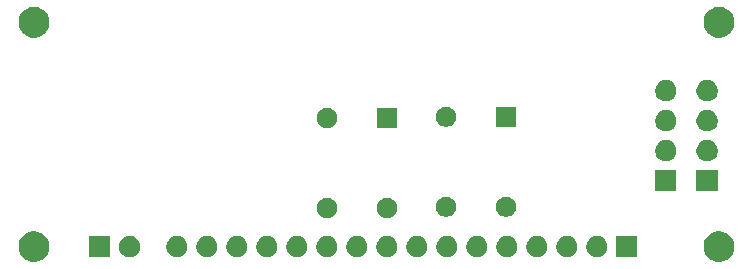
<source format=gbr>
G04 #@! TF.GenerationSoftware,KiCad,Pcbnew,5.1.5+dfsg1-2build2*
G04 #@! TF.CreationDate,2022-05-11T13:02:20+01:00*
G04 #@! TF.ProjectId,rrl-interface,72726c2d-696e-4746-9572-666163652e6b,rev?*
G04 #@! TF.SameCoordinates,Original*
G04 #@! TF.FileFunction,Soldermask,Top*
G04 #@! TF.FilePolarity,Negative*
%FSLAX46Y46*%
G04 Gerber Fmt 4.6, Leading zero omitted, Abs format (unit mm)*
G04 Created by KiCad (PCBNEW 5.1.5+dfsg1-2build2) date 2022-05-11 13:02:20*
%MOMM*%
%LPD*%
G04 APERTURE LIST*
%ADD10C,0.100000*%
G04 APERTURE END LIST*
D10*
G36*
X74879487Y-191248996D02*
G01*
X75116253Y-191347068D01*
X75116255Y-191347069D01*
X75329339Y-191489447D01*
X75510553Y-191670661D01*
X75597073Y-191800147D01*
X75652932Y-191883747D01*
X75751004Y-192120513D01*
X75801000Y-192371861D01*
X75801000Y-192628139D01*
X75751004Y-192879487D01*
X75670287Y-193074354D01*
X75652931Y-193116255D01*
X75510553Y-193329339D01*
X75329339Y-193510553D01*
X75116255Y-193652931D01*
X75116254Y-193652932D01*
X75116253Y-193652932D01*
X74879487Y-193751004D01*
X74628139Y-193801000D01*
X74371861Y-193801000D01*
X74120513Y-193751004D01*
X73883747Y-193652932D01*
X73883746Y-193652932D01*
X73883745Y-193652931D01*
X73670661Y-193510553D01*
X73489447Y-193329339D01*
X73347069Y-193116255D01*
X73329713Y-193074354D01*
X73248996Y-192879487D01*
X73199000Y-192628139D01*
X73199000Y-192371861D01*
X73248996Y-192120513D01*
X73347068Y-191883747D01*
X73402928Y-191800147D01*
X73489447Y-191670661D01*
X73670661Y-191489447D01*
X73883745Y-191347069D01*
X73883747Y-191347068D01*
X74120513Y-191248996D01*
X74371861Y-191199000D01*
X74628139Y-191199000D01*
X74879487Y-191248996D01*
G37*
G36*
X16879487Y-191248996D02*
G01*
X17116253Y-191347068D01*
X17116255Y-191347069D01*
X17329339Y-191489447D01*
X17510553Y-191670661D01*
X17597073Y-191800147D01*
X17652932Y-191883747D01*
X17751004Y-192120513D01*
X17801000Y-192371861D01*
X17801000Y-192628139D01*
X17751004Y-192879487D01*
X17670287Y-193074354D01*
X17652931Y-193116255D01*
X17510553Y-193329339D01*
X17329339Y-193510553D01*
X17116255Y-193652931D01*
X17116254Y-193652932D01*
X17116253Y-193652932D01*
X16879487Y-193751004D01*
X16628139Y-193801000D01*
X16371861Y-193801000D01*
X16120513Y-193751004D01*
X15883747Y-193652932D01*
X15883746Y-193652932D01*
X15883745Y-193652931D01*
X15670661Y-193510553D01*
X15489447Y-193329339D01*
X15347069Y-193116255D01*
X15329713Y-193074354D01*
X15248996Y-192879487D01*
X15199000Y-192628139D01*
X15199000Y-192371861D01*
X15248996Y-192120513D01*
X15347068Y-191883747D01*
X15402928Y-191800147D01*
X15489447Y-191670661D01*
X15670661Y-191489447D01*
X15883745Y-191347069D01*
X15883747Y-191347068D01*
X16120513Y-191248996D01*
X16371861Y-191199000D01*
X16628139Y-191199000D01*
X16879487Y-191248996D01*
G37*
G36*
X22961000Y-193401000D02*
G01*
X21159000Y-193401000D01*
X21159000Y-191599000D01*
X22961000Y-191599000D01*
X22961000Y-193401000D01*
G37*
G36*
X24713512Y-191603927D02*
G01*
X24862812Y-191633624D01*
X25026784Y-191701544D01*
X25174354Y-191800147D01*
X25299853Y-191925646D01*
X25398456Y-192073216D01*
X25466376Y-192237188D01*
X25501000Y-192411259D01*
X25501000Y-192588741D01*
X25466376Y-192762812D01*
X25398456Y-192926784D01*
X25299853Y-193074354D01*
X25174354Y-193199853D01*
X25026784Y-193298456D01*
X24862812Y-193366376D01*
X24713512Y-193396073D01*
X24688742Y-193401000D01*
X24511258Y-193401000D01*
X24486488Y-193396073D01*
X24337188Y-193366376D01*
X24173216Y-193298456D01*
X24025646Y-193199853D01*
X23900147Y-193074354D01*
X23801544Y-192926784D01*
X23733624Y-192762812D01*
X23699000Y-192588741D01*
X23699000Y-192411259D01*
X23733624Y-192237188D01*
X23801544Y-192073216D01*
X23900147Y-191925646D01*
X24025646Y-191800147D01*
X24173216Y-191701544D01*
X24337188Y-191633624D01*
X24486488Y-191603927D01*
X24511258Y-191599000D01*
X24688742Y-191599000D01*
X24713512Y-191603927D01*
G37*
G36*
X67601000Y-193401000D02*
G01*
X65799000Y-193401000D01*
X65799000Y-191599000D01*
X67601000Y-191599000D01*
X67601000Y-193401000D01*
G37*
G36*
X64273512Y-191603927D02*
G01*
X64422812Y-191633624D01*
X64586784Y-191701544D01*
X64734354Y-191800147D01*
X64859853Y-191925646D01*
X64958456Y-192073216D01*
X65026376Y-192237188D01*
X65061000Y-192411259D01*
X65061000Y-192588741D01*
X65026376Y-192762812D01*
X64958456Y-192926784D01*
X64859853Y-193074354D01*
X64734354Y-193199853D01*
X64586784Y-193298456D01*
X64422812Y-193366376D01*
X64273512Y-193396073D01*
X64248742Y-193401000D01*
X64071258Y-193401000D01*
X64046488Y-193396073D01*
X63897188Y-193366376D01*
X63733216Y-193298456D01*
X63585646Y-193199853D01*
X63460147Y-193074354D01*
X63361544Y-192926784D01*
X63293624Y-192762812D01*
X63259000Y-192588741D01*
X63259000Y-192411259D01*
X63293624Y-192237188D01*
X63361544Y-192073216D01*
X63460147Y-191925646D01*
X63585646Y-191800147D01*
X63733216Y-191701544D01*
X63897188Y-191633624D01*
X64046488Y-191603927D01*
X64071258Y-191599000D01*
X64248742Y-191599000D01*
X64273512Y-191603927D01*
G37*
G36*
X61733512Y-191603927D02*
G01*
X61882812Y-191633624D01*
X62046784Y-191701544D01*
X62194354Y-191800147D01*
X62319853Y-191925646D01*
X62418456Y-192073216D01*
X62486376Y-192237188D01*
X62521000Y-192411259D01*
X62521000Y-192588741D01*
X62486376Y-192762812D01*
X62418456Y-192926784D01*
X62319853Y-193074354D01*
X62194354Y-193199853D01*
X62046784Y-193298456D01*
X61882812Y-193366376D01*
X61733512Y-193396073D01*
X61708742Y-193401000D01*
X61531258Y-193401000D01*
X61506488Y-193396073D01*
X61357188Y-193366376D01*
X61193216Y-193298456D01*
X61045646Y-193199853D01*
X60920147Y-193074354D01*
X60821544Y-192926784D01*
X60753624Y-192762812D01*
X60719000Y-192588741D01*
X60719000Y-192411259D01*
X60753624Y-192237188D01*
X60821544Y-192073216D01*
X60920147Y-191925646D01*
X61045646Y-191800147D01*
X61193216Y-191701544D01*
X61357188Y-191633624D01*
X61506488Y-191603927D01*
X61531258Y-191599000D01*
X61708742Y-191599000D01*
X61733512Y-191603927D01*
G37*
G36*
X59193512Y-191603927D02*
G01*
X59342812Y-191633624D01*
X59506784Y-191701544D01*
X59654354Y-191800147D01*
X59779853Y-191925646D01*
X59878456Y-192073216D01*
X59946376Y-192237188D01*
X59981000Y-192411259D01*
X59981000Y-192588741D01*
X59946376Y-192762812D01*
X59878456Y-192926784D01*
X59779853Y-193074354D01*
X59654354Y-193199853D01*
X59506784Y-193298456D01*
X59342812Y-193366376D01*
X59193512Y-193396073D01*
X59168742Y-193401000D01*
X58991258Y-193401000D01*
X58966488Y-193396073D01*
X58817188Y-193366376D01*
X58653216Y-193298456D01*
X58505646Y-193199853D01*
X58380147Y-193074354D01*
X58281544Y-192926784D01*
X58213624Y-192762812D01*
X58179000Y-192588741D01*
X58179000Y-192411259D01*
X58213624Y-192237188D01*
X58281544Y-192073216D01*
X58380147Y-191925646D01*
X58505646Y-191800147D01*
X58653216Y-191701544D01*
X58817188Y-191633624D01*
X58966488Y-191603927D01*
X58991258Y-191599000D01*
X59168742Y-191599000D01*
X59193512Y-191603927D01*
G37*
G36*
X56653512Y-191603927D02*
G01*
X56802812Y-191633624D01*
X56966784Y-191701544D01*
X57114354Y-191800147D01*
X57239853Y-191925646D01*
X57338456Y-192073216D01*
X57406376Y-192237188D01*
X57441000Y-192411259D01*
X57441000Y-192588741D01*
X57406376Y-192762812D01*
X57338456Y-192926784D01*
X57239853Y-193074354D01*
X57114354Y-193199853D01*
X56966784Y-193298456D01*
X56802812Y-193366376D01*
X56653512Y-193396073D01*
X56628742Y-193401000D01*
X56451258Y-193401000D01*
X56426488Y-193396073D01*
X56277188Y-193366376D01*
X56113216Y-193298456D01*
X55965646Y-193199853D01*
X55840147Y-193074354D01*
X55741544Y-192926784D01*
X55673624Y-192762812D01*
X55639000Y-192588741D01*
X55639000Y-192411259D01*
X55673624Y-192237188D01*
X55741544Y-192073216D01*
X55840147Y-191925646D01*
X55965646Y-191800147D01*
X56113216Y-191701544D01*
X56277188Y-191633624D01*
X56426488Y-191603927D01*
X56451258Y-191599000D01*
X56628742Y-191599000D01*
X56653512Y-191603927D01*
G37*
G36*
X54113512Y-191603927D02*
G01*
X54262812Y-191633624D01*
X54426784Y-191701544D01*
X54574354Y-191800147D01*
X54699853Y-191925646D01*
X54798456Y-192073216D01*
X54866376Y-192237188D01*
X54901000Y-192411259D01*
X54901000Y-192588741D01*
X54866376Y-192762812D01*
X54798456Y-192926784D01*
X54699853Y-193074354D01*
X54574354Y-193199853D01*
X54426784Y-193298456D01*
X54262812Y-193366376D01*
X54113512Y-193396073D01*
X54088742Y-193401000D01*
X53911258Y-193401000D01*
X53886488Y-193396073D01*
X53737188Y-193366376D01*
X53573216Y-193298456D01*
X53425646Y-193199853D01*
X53300147Y-193074354D01*
X53201544Y-192926784D01*
X53133624Y-192762812D01*
X53099000Y-192588741D01*
X53099000Y-192411259D01*
X53133624Y-192237188D01*
X53201544Y-192073216D01*
X53300147Y-191925646D01*
X53425646Y-191800147D01*
X53573216Y-191701544D01*
X53737188Y-191633624D01*
X53886488Y-191603927D01*
X53911258Y-191599000D01*
X54088742Y-191599000D01*
X54113512Y-191603927D01*
G37*
G36*
X51573512Y-191603927D02*
G01*
X51722812Y-191633624D01*
X51886784Y-191701544D01*
X52034354Y-191800147D01*
X52159853Y-191925646D01*
X52258456Y-192073216D01*
X52326376Y-192237188D01*
X52361000Y-192411259D01*
X52361000Y-192588741D01*
X52326376Y-192762812D01*
X52258456Y-192926784D01*
X52159853Y-193074354D01*
X52034354Y-193199853D01*
X51886784Y-193298456D01*
X51722812Y-193366376D01*
X51573512Y-193396073D01*
X51548742Y-193401000D01*
X51371258Y-193401000D01*
X51346488Y-193396073D01*
X51197188Y-193366376D01*
X51033216Y-193298456D01*
X50885646Y-193199853D01*
X50760147Y-193074354D01*
X50661544Y-192926784D01*
X50593624Y-192762812D01*
X50559000Y-192588741D01*
X50559000Y-192411259D01*
X50593624Y-192237188D01*
X50661544Y-192073216D01*
X50760147Y-191925646D01*
X50885646Y-191800147D01*
X51033216Y-191701544D01*
X51197188Y-191633624D01*
X51346488Y-191603927D01*
X51371258Y-191599000D01*
X51548742Y-191599000D01*
X51573512Y-191603927D01*
G37*
G36*
X46493512Y-191603927D02*
G01*
X46642812Y-191633624D01*
X46806784Y-191701544D01*
X46954354Y-191800147D01*
X47079853Y-191925646D01*
X47178456Y-192073216D01*
X47246376Y-192237188D01*
X47281000Y-192411259D01*
X47281000Y-192588741D01*
X47246376Y-192762812D01*
X47178456Y-192926784D01*
X47079853Y-193074354D01*
X46954354Y-193199853D01*
X46806784Y-193298456D01*
X46642812Y-193366376D01*
X46493512Y-193396073D01*
X46468742Y-193401000D01*
X46291258Y-193401000D01*
X46266488Y-193396073D01*
X46117188Y-193366376D01*
X45953216Y-193298456D01*
X45805646Y-193199853D01*
X45680147Y-193074354D01*
X45581544Y-192926784D01*
X45513624Y-192762812D01*
X45479000Y-192588741D01*
X45479000Y-192411259D01*
X45513624Y-192237188D01*
X45581544Y-192073216D01*
X45680147Y-191925646D01*
X45805646Y-191800147D01*
X45953216Y-191701544D01*
X46117188Y-191633624D01*
X46266488Y-191603927D01*
X46291258Y-191599000D01*
X46468742Y-191599000D01*
X46493512Y-191603927D01*
G37*
G36*
X43953512Y-191603927D02*
G01*
X44102812Y-191633624D01*
X44266784Y-191701544D01*
X44414354Y-191800147D01*
X44539853Y-191925646D01*
X44638456Y-192073216D01*
X44706376Y-192237188D01*
X44741000Y-192411259D01*
X44741000Y-192588741D01*
X44706376Y-192762812D01*
X44638456Y-192926784D01*
X44539853Y-193074354D01*
X44414354Y-193199853D01*
X44266784Y-193298456D01*
X44102812Y-193366376D01*
X43953512Y-193396073D01*
X43928742Y-193401000D01*
X43751258Y-193401000D01*
X43726488Y-193396073D01*
X43577188Y-193366376D01*
X43413216Y-193298456D01*
X43265646Y-193199853D01*
X43140147Y-193074354D01*
X43041544Y-192926784D01*
X42973624Y-192762812D01*
X42939000Y-192588741D01*
X42939000Y-192411259D01*
X42973624Y-192237188D01*
X43041544Y-192073216D01*
X43140147Y-191925646D01*
X43265646Y-191800147D01*
X43413216Y-191701544D01*
X43577188Y-191633624D01*
X43726488Y-191603927D01*
X43751258Y-191599000D01*
X43928742Y-191599000D01*
X43953512Y-191603927D01*
G37*
G36*
X41413512Y-191603927D02*
G01*
X41562812Y-191633624D01*
X41726784Y-191701544D01*
X41874354Y-191800147D01*
X41999853Y-191925646D01*
X42098456Y-192073216D01*
X42166376Y-192237188D01*
X42201000Y-192411259D01*
X42201000Y-192588741D01*
X42166376Y-192762812D01*
X42098456Y-192926784D01*
X41999853Y-193074354D01*
X41874354Y-193199853D01*
X41726784Y-193298456D01*
X41562812Y-193366376D01*
X41413512Y-193396073D01*
X41388742Y-193401000D01*
X41211258Y-193401000D01*
X41186488Y-193396073D01*
X41037188Y-193366376D01*
X40873216Y-193298456D01*
X40725646Y-193199853D01*
X40600147Y-193074354D01*
X40501544Y-192926784D01*
X40433624Y-192762812D01*
X40399000Y-192588741D01*
X40399000Y-192411259D01*
X40433624Y-192237188D01*
X40501544Y-192073216D01*
X40600147Y-191925646D01*
X40725646Y-191800147D01*
X40873216Y-191701544D01*
X41037188Y-191633624D01*
X41186488Y-191603927D01*
X41211258Y-191599000D01*
X41388742Y-191599000D01*
X41413512Y-191603927D01*
G37*
G36*
X38873512Y-191603927D02*
G01*
X39022812Y-191633624D01*
X39186784Y-191701544D01*
X39334354Y-191800147D01*
X39459853Y-191925646D01*
X39558456Y-192073216D01*
X39626376Y-192237188D01*
X39661000Y-192411259D01*
X39661000Y-192588741D01*
X39626376Y-192762812D01*
X39558456Y-192926784D01*
X39459853Y-193074354D01*
X39334354Y-193199853D01*
X39186784Y-193298456D01*
X39022812Y-193366376D01*
X38873512Y-193396073D01*
X38848742Y-193401000D01*
X38671258Y-193401000D01*
X38646488Y-193396073D01*
X38497188Y-193366376D01*
X38333216Y-193298456D01*
X38185646Y-193199853D01*
X38060147Y-193074354D01*
X37961544Y-192926784D01*
X37893624Y-192762812D01*
X37859000Y-192588741D01*
X37859000Y-192411259D01*
X37893624Y-192237188D01*
X37961544Y-192073216D01*
X38060147Y-191925646D01*
X38185646Y-191800147D01*
X38333216Y-191701544D01*
X38497188Y-191633624D01*
X38646488Y-191603927D01*
X38671258Y-191599000D01*
X38848742Y-191599000D01*
X38873512Y-191603927D01*
G37*
G36*
X36333512Y-191603927D02*
G01*
X36482812Y-191633624D01*
X36646784Y-191701544D01*
X36794354Y-191800147D01*
X36919853Y-191925646D01*
X37018456Y-192073216D01*
X37086376Y-192237188D01*
X37121000Y-192411259D01*
X37121000Y-192588741D01*
X37086376Y-192762812D01*
X37018456Y-192926784D01*
X36919853Y-193074354D01*
X36794354Y-193199853D01*
X36646784Y-193298456D01*
X36482812Y-193366376D01*
X36333512Y-193396073D01*
X36308742Y-193401000D01*
X36131258Y-193401000D01*
X36106488Y-193396073D01*
X35957188Y-193366376D01*
X35793216Y-193298456D01*
X35645646Y-193199853D01*
X35520147Y-193074354D01*
X35421544Y-192926784D01*
X35353624Y-192762812D01*
X35319000Y-192588741D01*
X35319000Y-192411259D01*
X35353624Y-192237188D01*
X35421544Y-192073216D01*
X35520147Y-191925646D01*
X35645646Y-191800147D01*
X35793216Y-191701544D01*
X35957188Y-191633624D01*
X36106488Y-191603927D01*
X36131258Y-191599000D01*
X36308742Y-191599000D01*
X36333512Y-191603927D01*
G37*
G36*
X33793512Y-191603927D02*
G01*
X33942812Y-191633624D01*
X34106784Y-191701544D01*
X34254354Y-191800147D01*
X34379853Y-191925646D01*
X34478456Y-192073216D01*
X34546376Y-192237188D01*
X34581000Y-192411259D01*
X34581000Y-192588741D01*
X34546376Y-192762812D01*
X34478456Y-192926784D01*
X34379853Y-193074354D01*
X34254354Y-193199853D01*
X34106784Y-193298456D01*
X33942812Y-193366376D01*
X33793512Y-193396073D01*
X33768742Y-193401000D01*
X33591258Y-193401000D01*
X33566488Y-193396073D01*
X33417188Y-193366376D01*
X33253216Y-193298456D01*
X33105646Y-193199853D01*
X32980147Y-193074354D01*
X32881544Y-192926784D01*
X32813624Y-192762812D01*
X32779000Y-192588741D01*
X32779000Y-192411259D01*
X32813624Y-192237188D01*
X32881544Y-192073216D01*
X32980147Y-191925646D01*
X33105646Y-191800147D01*
X33253216Y-191701544D01*
X33417188Y-191633624D01*
X33566488Y-191603927D01*
X33591258Y-191599000D01*
X33768742Y-191599000D01*
X33793512Y-191603927D01*
G37*
G36*
X28713512Y-191603927D02*
G01*
X28862812Y-191633624D01*
X29026784Y-191701544D01*
X29174354Y-191800147D01*
X29299853Y-191925646D01*
X29398456Y-192073216D01*
X29466376Y-192237188D01*
X29501000Y-192411259D01*
X29501000Y-192588741D01*
X29466376Y-192762812D01*
X29398456Y-192926784D01*
X29299853Y-193074354D01*
X29174354Y-193199853D01*
X29026784Y-193298456D01*
X28862812Y-193366376D01*
X28713512Y-193396073D01*
X28688742Y-193401000D01*
X28511258Y-193401000D01*
X28486488Y-193396073D01*
X28337188Y-193366376D01*
X28173216Y-193298456D01*
X28025646Y-193199853D01*
X27900147Y-193074354D01*
X27801544Y-192926784D01*
X27733624Y-192762812D01*
X27699000Y-192588741D01*
X27699000Y-192411259D01*
X27733624Y-192237188D01*
X27801544Y-192073216D01*
X27900147Y-191925646D01*
X28025646Y-191800147D01*
X28173216Y-191701544D01*
X28337188Y-191633624D01*
X28486488Y-191603927D01*
X28511258Y-191599000D01*
X28688742Y-191599000D01*
X28713512Y-191603927D01*
G37*
G36*
X31253512Y-191603927D02*
G01*
X31402812Y-191633624D01*
X31566784Y-191701544D01*
X31714354Y-191800147D01*
X31839853Y-191925646D01*
X31938456Y-192073216D01*
X32006376Y-192237188D01*
X32041000Y-192411259D01*
X32041000Y-192588741D01*
X32006376Y-192762812D01*
X31938456Y-192926784D01*
X31839853Y-193074354D01*
X31714354Y-193199853D01*
X31566784Y-193298456D01*
X31402812Y-193366376D01*
X31253512Y-193396073D01*
X31228742Y-193401000D01*
X31051258Y-193401000D01*
X31026488Y-193396073D01*
X30877188Y-193366376D01*
X30713216Y-193298456D01*
X30565646Y-193199853D01*
X30440147Y-193074354D01*
X30341544Y-192926784D01*
X30273624Y-192762812D01*
X30239000Y-192588741D01*
X30239000Y-192411259D01*
X30273624Y-192237188D01*
X30341544Y-192073216D01*
X30440147Y-191925646D01*
X30565646Y-191800147D01*
X30713216Y-191701544D01*
X30877188Y-191633624D01*
X31026488Y-191603927D01*
X31051258Y-191599000D01*
X31228742Y-191599000D01*
X31253512Y-191603927D01*
G37*
G36*
X49033512Y-191603927D02*
G01*
X49182812Y-191633624D01*
X49346784Y-191701544D01*
X49494354Y-191800147D01*
X49619853Y-191925646D01*
X49718456Y-192073216D01*
X49786376Y-192237188D01*
X49821000Y-192411259D01*
X49821000Y-192588741D01*
X49786376Y-192762812D01*
X49718456Y-192926784D01*
X49619853Y-193074354D01*
X49494354Y-193199853D01*
X49346784Y-193298456D01*
X49182812Y-193366376D01*
X49033512Y-193396073D01*
X49008742Y-193401000D01*
X48831258Y-193401000D01*
X48806488Y-193396073D01*
X48657188Y-193366376D01*
X48493216Y-193298456D01*
X48345646Y-193199853D01*
X48220147Y-193074354D01*
X48121544Y-192926784D01*
X48053624Y-192762812D01*
X48019000Y-192588741D01*
X48019000Y-192411259D01*
X48053624Y-192237188D01*
X48121544Y-192073216D01*
X48220147Y-191925646D01*
X48345646Y-191800147D01*
X48493216Y-191701544D01*
X48657188Y-191633624D01*
X48806488Y-191603927D01*
X48831258Y-191599000D01*
X49008742Y-191599000D01*
X49033512Y-191603927D01*
G37*
G36*
X46648228Y-188401703D02*
G01*
X46803100Y-188465853D01*
X46942481Y-188558985D01*
X47061015Y-188677519D01*
X47154147Y-188816900D01*
X47218297Y-188971772D01*
X47251000Y-189136184D01*
X47251000Y-189303816D01*
X47218297Y-189468228D01*
X47154147Y-189623100D01*
X47061015Y-189762481D01*
X46942481Y-189881015D01*
X46803100Y-189974147D01*
X46648228Y-190038297D01*
X46483816Y-190071000D01*
X46316184Y-190071000D01*
X46151772Y-190038297D01*
X45996900Y-189974147D01*
X45857519Y-189881015D01*
X45738985Y-189762481D01*
X45645853Y-189623100D01*
X45581703Y-189468228D01*
X45549000Y-189303816D01*
X45549000Y-189136184D01*
X45581703Y-188971772D01*
X45645853Y-188816900D01*
X45738985Y-188677519D01*
X45857519Y-188558985D01*
X45996900Y-188465853D01*
X46151772Y-188401703D01*
X46316184Y-188369000D01*
X46483816Y-188369000D01*
X46648228Y-188401703D01*
G37*
G36*
X41568228Y-188401703D02*
G01*
X41723100Y-188465853D01*
X41862481Y-188558985D01*
X41981015Y-188677519D01*
X42074147Y-188816900D01*
X42138297Y-188971772D01*
X42171000Y-189136184D01*
X42171000Y-189303816D01*
X42138297Y-189468228D01*
X42074147Y-189623100D01*
X41981015Y-189762481D01*
X41862481Y-189881015D01*
X41723100Y-189974147D01*
X41568228Y-190038297D01*
X41403816Y-190071000D01*
X41236184Y-190071000D01*
X41071772Y-190038297D01*
X40916900Y-189974147D01*
X40777519Y-189881015D01*
X40658985Y-189762481D01*
X40565853Y-189623100D01*
X40501703Y-189468228D01*
X40469000Y-189303816D01*
X40469000Y-189136184D01*
X40501703Y-188971772D01*
X40565853Y-188816900D01*
X40658985Y-188677519D01*
X40777519Y-188558985D01*
X40916900Y-188465853D01*
X41071772Y-188401703D01*
X41236184Y-188369000D01*
X41403816Y-188369000D01*
X41568228Y-188401703D01*
G37*
G36*
X56728228Y-188301703D02*
G01*
X56883100Y-188365853D01*
X57022481Y-188458985D01*
X57141015Y-188577519D01*
X57234147Y-188716900D01*
X57298297Y-188871772D01*
X57331000Y-189036184D01*
X57331000Y-189203816D01*
X57298297Y-189368228D01*
X57234147Y-189523100D01*
X57141015Y-189662481D01*
X57022481Y-189781015D01*
X56883100Y-189874147D01*
X56728228Y-189938297D01*
X56563816Y-189971000D01*
X56396184Y-189971000D01*
X56231772Y-189938297D01*
X56076900Y-189874147D01*
X55937519Y-189781015D01*
X55818985Y-189662481D01*
X55725853Y-189523100D01*
X55661703Y-189368228D01*
X55629000Y-189203816D01*
X55629000Y-189036184D01*
X55661703Y-188871772D01*
X55725853Y-188716900D01*
X55818985Y-188577519D01*
X55937519Y-188458985D01*
X56076900Y-188365853D01*
X56231772Y-188301703D01*
X56396184Y-188269000D01*
X56563816Y-188269000D01*
X56728228Y-188301703D01*
G37*
G36*
X51648228Y-188301703D02*
G01*
X51803100Y-188365853D01*
X51942481Y-188458985D01*
X52061015Y-188577519D01*
X52154147Y-188716900D01*
X52218297Y-188871772D01*
X52251000Y-189036184D01*
X52251000Y-189203816D01*
X52218297Y-189368228D01*
X52154147Y-189523100D01*
X52061015Y-189662481D01*
X51942481Y-189781015D01*
X51803100Y-189874147D01*
X51648228Y-189938297D01*
X51483816Y-189971000D01*
X51316184Y-189971000D01*
X51151772Y-189938297D01*
X50996900Y-189874147D01*
X50857519Y-189781015D01*
X50738985Y-189662481D01*
X50645853Y-189523100D01*
X50581703Y-189368228D01*
X50549000Y-189203816D01*
X50549000Y-189036184D01*
X50581703Y-188871772D01*
X50645853Y-188716900D01*
X50738985Y-188577519D01*
X50857519Y-188458985D01*
X50996900Y-188365853D01*
X51151772Y-188301703D01*
X51316184Y-188269000D01*
X51483816Y-188269000D01*
X51648228Y-188301703D01*
G37*
G36*
X70901000Y-187821000D02*
G01*
X69099000Y-187821000D01*
X69099000Y-186019000D01*
X70901000Y-186019000D01*
X70901000Y-187821000D01*
G37*
G36*
X74401000Y-187821000D02*
G01*
X72599000Y-187821000D01*
X72599000Y-186019000D01*
X74401000Y-186019000D01*
X74401000Y-187821000D01*
G37*
G36*
X70113512Y-183483927D02*
G01*
X70262812Y-183513624D01*
X70426784Y-183581544D01*
X70574354Y-183680147D01*
X70699853Y-183805646D01*
X70798456Y-183953216D01*
X70866376Y-184117188D01*
X70901000Y-184291259D01*
X70901000Y-184468741D01*
X70866376Y-184642812D01*
X70798456Y-184806784D01*
X70699853Y-184954354D01*
X70574354Y-185079853D01*
X70426784Y-185178456D01*
X70262812Y-185246376D01*
X70113512Y-185276073D01*
X70088742Y-185281000D01*
X69911258Y-185281000D01*
X69886488Y-185276073D01*
X69737188Y-185246376D01*
X69573216Y-185178456D01*
X69425646Y-185079853D01*
X69300147Y-184954354D01*
X69201544Y-184806784D01*
X69133624Y-184642812D01*
X69099000Y-184468741D01*
X69099000Y-184291259D01*
X69133624Y-184117188D01*
X69201544Y-183953216D01*
X69300147Y-183805646D01*
X69425646Y-183680147D01*
X69573216Y-183581544D01*
X69737188Y-183513624D01*
X69886488Y-183483927D01*
X69911258Y-183479000D01*
X70088742Y-183479000D01*
X70113512Y-183483927D01*
G37*
G36*
X73613512Y-183483927D02*
G01*
X73762812Y-183513624D01*
X73926784Y-183581544D01*
X74074354Y-183680147D01*
X74199853Y-183805646D01*
X74298456Y-183953216D01*
X74366376Y-184117188D01*
X74401000Y-184291259D01*
X74401000Y-184468741D01*
X74366376Y-184642812D01*
X74298456Y-184806784D01*
X74199853Y-184954354D01*
X74074354Y-185079853D01*
X73926784Y-185178456D01*
X73762812Y-185246376D01*
X73613512Y-185276073D01*
X73588742Y-185281000D01*
X73411258Y-185281000D01*
X73386488Y-185276073D01*
X73237188Y-185246376D01*
X73073216Y-185178456D01*
X72925646Y-185079853D01*
X72800147Y-184954354D01*
X72701544Y-184806784D01*
X72633624Y-184642812D01*
X72599000Y-184468741D01*
X72599000Y-184291259D01*
X72633624Y-184117188D01*
X72701544Y-183953216D01*
X72800147Y-183805646D01*
X72925646Y-183680147D01*
X73073216Y-183581544D01*
X73237188Y-183513624D01*
X73386488Y-183483927D01*
X73411258Y-183479000D01*
X73588742Y-183479000D01*
X73613512Y-183483927D01*
G37*
G36*
X70113512Y-180943927D02*
G01*
X70262812Y-180973624D01*
X70426784Y-181041544D01*
X70574354Y-181140147D01*
X70699853Y-181265646D01*
X70798456Y-181413216D01*
X70866376Y-181577188D01*
X70901000Y-181751259D01*
X70901000Y-181928741D01*
X70866376Y-182102812D01*
X70798456Y-182266784D01*
X70699853Y-182414354D01*
X70574354Y-182539853D01*
X70426784Y-182638456D01*
X70262812Y-182706376D01*
X70113512Y-182736073D01*
X70088742Y-182741000D01*
X69911258Y-182741000D01*
X69886488Y-182736073D01*
X69737188Y-182706376D01*
X69573216Y-182638456D01*
X69425646Y-182539853D01*
X69300147Y-182414354D01*
X69201544Y-182266784D01*
X69133624Y-182102812D01*
X69099000Y-181928741D01*
X69099000Y-181751259D01*
X69133624Y-181577188D01*
X69201544Y-181413216D01*
X69300147Y-181265646D01*
X69425646Y-181140147D01*
X69573216Y-181041544D01*
X69737188Y-180973624D01*
X69886488Y-180943927D01*
X69911258Y-180939000D01*
X70088742Y-180939000D01*
X70113512Y-180943927D01*
G37*
G36*
X73613512Y-180943927D02*
G01*
X73762812Y-180973624D01*
X73926784Y-181041544D01*
X74074354Y-181140147D01*
X74199853Y-181265646D01*
X74298456Y-181413216D01*
X74366376Y-181577188D01*
X74401000Y-181751259D01*
X74401000Y-181928741D01*
X74366376Y-182102812D01*
X74298456Y-182266784D01*
X74199853Y-182414354D01*
X74074354Y-182539853D01*
X73926784Y-182638456D01*
X73762812Y-182706376D01*
X73613512Y-182736073D01*
X73588742Y-182741000D01*
X73411258Y-182741000D01*
X73386488Y-182736073D01*
X73237188Y-182706376D01*
X73073216Y-182638456D01*
X72925646Y-182539853D01*
X72800147Y-182414354D01*
X72701544Y-182266784D01*
X72633624Y-182102812D01*
X72599000Y-181928741D01*
X72599000Y-181751259D01*
X72633624Y-181577188D01*
X72701544Y-181413216D01*
X72800147Y-181265646D01*
X72925646Y-181140147D01*
X73073216Y-181041544D01*
X73237188Y-180973624D01*
X73386488Y-180943927D01*
X73411258Y-180939000D01*
X73588742Y-180939000D01*
X73613512Y-180943927D01*
G37*
G36*
X41568228Y-180781703D02*
G01*
X41723100Y-180845853D01*
X41862481Y-180938985D01*
X41981015Y-181057519D01*
X42074147Y-181196900D01*
X42138297Y-181351772D01*
X42171000Y-181516184D01*
X42171000Y-181683816D01*
X42138297Y-181848228D01*
X42074147Y-182003100D01*
X41981015Y-182142481D01*
X41862481Y-182261015D01*
X41723100Y-182354147D01*
X41568228Y-182418297D01*
X41403816Y-182451000D01*
X41236184Y-182451000D01*
X41071772Y-182418297D01*
X40916900Y-182354147D01*
X40777519Y-182261015D01*
X40658985Y-182142481D01*
X40565853Y-182003100D01*
X40501703Y-181848228D01*
X40469000Y-181683816D01*
X40469000Y-181516184D01*
X40501703Y-181351772D01*
X40565853Y-181196900D01*
X40658985Y-181057519D01*
X40777519Y-180938985D01*
X40916900Y-180845853D01*
X41071772Y-180781703D01*
X41236184Y-180749000D01*
X41403816Y-180749000D01*
X41568228Y-180781703D01*
G37*
G36*
X47251000Y-182451000D02*
G01*
X45549000Y-182451000D01*
X45549000Y-180749000D01*
X47251000Y-180749000D01*
X47251000Y-182451000D01*
G37*
G36*
X57331000Y-182351000D02*
G01*
X55629000Y-182351000D01*
X55629000Y-180649000D01*
X57331000Y-180649000D01*
X57331000Y-182351000D01*
G37*
G36*
X51648228Y-180681703D02*
G01*
X51803100Y-180745853D01*
X51942481Y-180838985D01*
X52061015Y-180957519D01*
X52154147Y-181096900D01*
X52218297Y-181251772D01*
X52251000Y-181416184D01*
X52251000Y-181583816D01*
X52218297Y-181748228D01*
X52154147Y-181903100D01*
X52061015Y-182042481D01*
X51942481Y-182161015D01*
X51803100Y-182254147D01*
X51648228Y-182318297D01*
X51483816Y-182351000D01*
X51316184Y-182351000D01*
X51151772Y-182318297D01*
X50996900Y-182254147D01*
X50857519Y-182161015D01*
X50738985Y-182042481D01*
X50645853Y-181903100D01*
X50581703Y-181748228D01*
X50549000Y-181583816D01*
X50549000Y-181416184D01*
X50581703Y-181251772D01*
X50645853Y-181096900D01*
X50738985Y-180957519D01*
X50857519Y-180838985D01*
X50996900Y-180745853D01*
X51151772Y-180681703D01*
X51316184Y-180649000D01*
X51483816Y-180649000D01*
X51648228Y-180681703D01*
G37*
G36*
X73613512Y-178403927D02*
G01*
X73762812Y-178433624D01*
X73926784Y-178501544D01*
X74074354Y-178600147D01*
X74199853Y-178725646D01*
X74298456Y-178873216D01*
X74366376Y-179037188D01*
X74401000Y-179211259D01*
X74401000Y-179388741D01*
X74366376Y-179562812D01*
X74298456Y-179726784D01*
X74199853Y-179874354D01*
X74074354Y-179999853D01*
X73926784Y-180098456D01*
X73762812Y-180166376D01*
X73613512Y-180196073D01*
X73588742Y-180201000D01*
X73411258Y-180201000D01*
X73386488Y-180196073D01*
X73237188Y-180166376D01*
X73073216Y-180098456D01*
X72925646Y-179999853D01*
X72800147Y-179874354D01*
X72701544Y-179726784D01*
X72633624Y-179562812D01*
X72599000Y-179388741D01*
X72599000Y-179211259D01*
X72633624Y-179037188D01*
X72701544Y-178873216D01*
X72800147Y-178725646D01*
X72925646Y-178600147D01*
X73073216Y-178501544D01*
X73237188Y-178433624D01*
X73386488Y-178403927D01*
X73411258Y-178399000D01*
X73588742Y-178399000D01*
X73613512Y-178403927D01*
G37*
G36*
X70113512Y-178403927D02*
G01*
X70262812Y-178433624D01*
X70426784Y-178501544D01*
X70574354Y-178600147D01*
X70699853Y-178725646D01*
X70798456Y-178873216D01*
X70866376Y-179037188D01*
X70901000Y-179211259D01*
X70901000Y-179388741D01*
X70866376Y-179562812D01*
X70798456Y-179726784D01*
X70699853Y-179874354D01*
X70574354Y-179999853D01*
X70426784Y-180098456D01*
X70262812Y-180166376D01*
X70113512Y-180196073D01*
X70088742Y-180201000D01*
X69911258Y-180201000D01*
X69886488Y-180196073D01*
X69737188Y-180166376D01*
X69573216Y-180098456D01*
X69425646Y-179999853D01*
X69300147Y-179874354D01*
X69201544Y-179726784D01*
X69133624Y-179562812D01*
X69099000Y-179388741D01*
X69099000Y-179211259D01*
X69133624Y-179037188D01*
X69201544Y-178873216D01*
X69300147Y-178725646D01*
X69425646Y-178600147D01*
X69573216Y-178501544D01*
X69737188Y-178433624D01*
X69886488Y-178403927D01*
X69911258Y-178399000D01*
X70088742Y-178399000D01*
X70113512Y-178403927D01*
G37*
G36*
X74879487Y-172248996D02*
G01*
X75116253Y-172347068D01*
X75116255Y-172347069D01*
X75329339Y-172489447D01*
X75510553Y-172670661D01*
X75652932Y-172883747D01*
X75751004Y-173120513D01*
X75801000Y-173371861D01*
X75801000Y-173628139D01*
X75751004Y-173879487D01*
X75652932Y-174116253D01*
X75652931Y-174116255D01*
X75510553Y-174329339D01*
X75329339Y-174510553D01*
X75116255Y-174652931D01*
X75116254Y-174652932D01*
X75116253Y-174652932D01*
X74879487Y-174751004D01*
X74628139Y-174801000D01*
X74371861Y-174801000D01*
X74120513Y-174751004D01*
X73883747Y-174652932D01*
X73883746Y-174652932D01*
X73883745Y-174652931D01*
X73670661Y-174510553D01*
X73489447Y-174329339D01*
X73347069Y-174116255D01*
X73347068Y-174116253D01*
X73248996Y-173879487D01*
X73199000Y-173628139D01*
X73199000Y-173371861D01*
X73248996Y-173120513D01*
X73347068Y-172883747D01*
X73489447Y-172670661D01*
X73670661Y-172489447D01*
X73883745Y-172347069D01*
X73883747Y-172347068D01*
X74120513Y-172248996D01*
X74371861Y-172199000D01*
X74628139Y-172199000D01*
X74879487Y-172248996D01*
G37*
G36*
X16879487Y-172248996D02*
G01*
X17116253Y-172347068D01*
X17116255Y-172347069D01*
X17329339Y-172489447D01*
X17510553Y-172670661D01*
X17652932Y-172883747D01*
X17751004Y-173120513D01*
X17801000Y-173371861D01*
X17801000Y-173628139D01*
X17751004Y-173879487D01*
X17652932Y-174116253D01*
X17652931Y-174116255D01*
X17510553Y-174329339D01*
X17329339Y-174510553D01*
X17116255Y-174652931D01*
X17116254Y-174652932D01*
X17116253Y-174652932D01*
X16879487Y-174751004D01*
X16628139Y-174801000D01*
X16371861Y-174801000D01*
X16120513Y-174751004D01*
X15883747Y-174652932D01*
X15883746Y-174652932D01*
X15883745Y-174652931D01*
X15670661Y-174510553D01*
X15489447Y-174329339D01*
X15347069Y-174116255D01*
X15347068Y-174116253D01*
X15248996Y-173879487D01*
X15199000Y-173628139D01*
X15199000Y-173371861D01*
X15248996Y-173120513D01*
X15347068Y-172883747D01*
X15489447Y-172670661D01*
X15670661Y-172489447D01*
X15883745Y-172347069D01*
X15883747Y-172347068D01*
X16120513Y-172248996D01*
X16371861Y-172199000D01*
X16628139Y-172199000D01*
X16879487Y-172248996D01*
G37*
M02*

</source>
